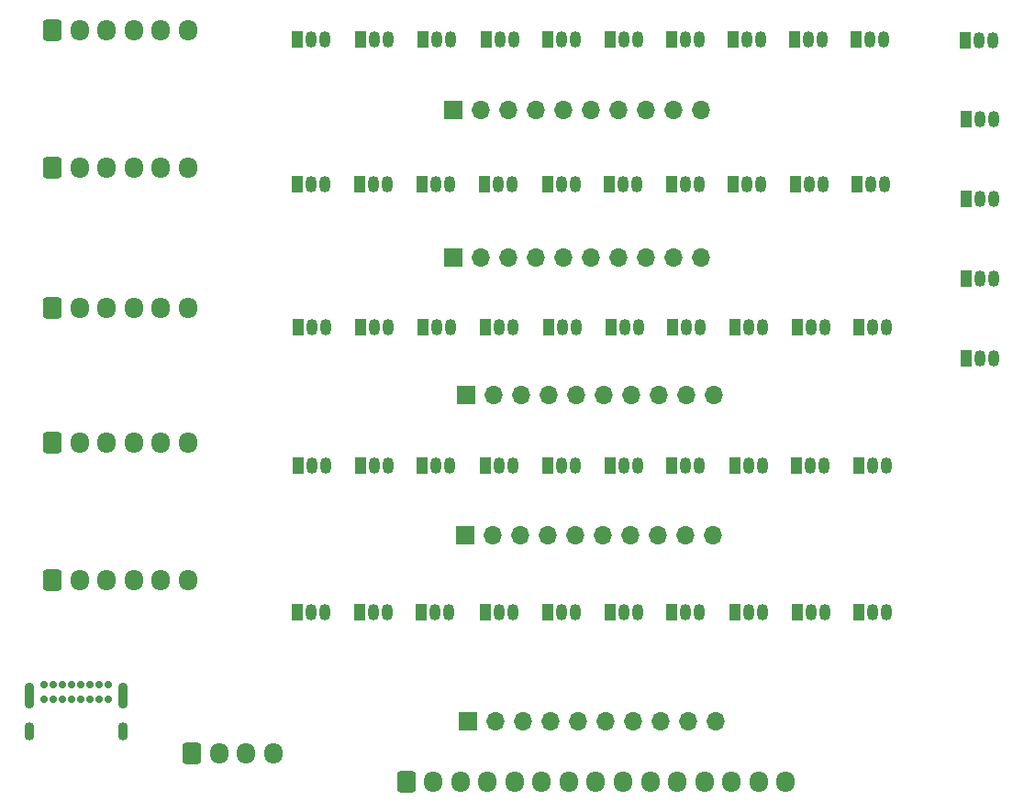
<source format=gbr>
%TF.GenerationSoftware,KiCad,Pcbnew,7.0.8*%
%TF.CreationDate,2023-11-07T23:02:09+01:00*%
%TF.ProjectId,Schaltplan,53636861-6c74-4706-9c61-6e2e6b696361,rev?*%
%TF.SameCoordinates,Original*%
%TF.FileFunction,Soldermask,Bot*%
%TF.FilePolarity,Negative*%
%FSLAX46Y46*%
G04 Gerber Fmt 4.6, Leading zero omitted, Abs format (unit mm)*
G04 Created by KiCad (PCBNEW 7.0.8) date 2023-11-07 23:02:09*
%MOMM*%
%LPD*%
G01*
G04 APERTURE LIST*
G04 Aperture macros list*
%AMRoundRect*
0 Rectangle with rounded corners*
0 $1 Rounding radius*
0 $2 $3 $4 $5 $6 $7 $8 $9 X,Y pos of 4 corners*
0 Add a 4 corners polygon primitive as box body*
4,1,4,$2,$3,$4,$5,$6,$7,$8,$9,$2,$3,0*
0 Add four circle primitives for the rounded corners*
1,1,$1+$1,$2,$3*
1,1,$1+$1,$4,$5*
1,1,$1+$1,$6,$7*
1,1,$1+$1,$8,$9*
0 Add four rect primitives between the rounded corners*
20,1,$1+$1,$2,$3,$4,$5,0*
20,1,$1+$1,$4,$5,$6,$7,0*
20,1,$1+$1,$6,$7,$8,$9,0*
20,1,$1+$1,$8,$9,$2,$3,0*%
G04 Aperture macros list end*
%ADD10R,1.700000X1.700000*%
%ADD11O,1.700000X1.700000*%
%ADD12R,1.050000X1.500000*%
%ADD13O,1.050000X1.500000*%
%ADD14RoundRect,0.250000X-0.600000X-0.725000X0.600000X-0.725000X0.600000X0.725000X-0.600000X0.725000X0*%
%ADD15O,1.700000X1.950000*%
%ADD16C,0.700000*%
%ADD17O,0.900000X2.400000*%
%ADD18O,0.900000X1.700000*%
G04 APERTURE END LIST*
D10*
%TO.C,J58*%
X144627600Y-76911200D03*
D11*
X147167600Y-76911200D03*
X149707600Y-76911200D03*
X152247600Y-76911200D03*
X154787600Y-76911200D03*
X157327600Y-76911200D03*
X159867600Y-76911200D03*
X162407600Y-76911200D03*
X164947600Y-76911200D03*
X167487600Y-76911200D03*
%TD*%
D12*
%TO.C,Q13*%
X136088200Y-96113600D03*
D13*
X137358200Y-96113600D03*
X138628200Y-96113600D03*
%TD*%
D12*
%TO.C,Q32*%
X159049800Y-70154800D03*
D13*
X160319800Y-70154800D03*
X161589800Y-70154800D03*
%TD*%
D12*
%TO.C,Q14*%
X192024000Y-86258400D03*
D13*
X193294000Y-86258400D03*
X194564000Y-86258400D03*
%TD*%
D12*
%TO.C,Q35*%
X159156400Y-109677200D03*
D13*
X160426400Y-109677200D03*
X161696400Y-109677200D03*
%TD*%
D12*
%TO.C,Q16*%
X136042400Y-109677200D03*
D13*
X137312400Y-109677200D03*
X138582400Y-109677200D03*
%TD*%
D12*
%TO.C,Q24*%
X147619800Y-96113600D03*
D13*
X148889800Y-96113600D03*
X150159800Y-96113600D03*
%TD*%
D12*
%TO.C,Q40*%
X164846000Y-109677200D03*
D13*
X166116000Y-109677200D03*
X167386000Y-109677200D03*
%TD*%
D12*
%TO.C,Q10*%
X136139000Y-83312000D03*
D13*
X137409000Y-83312000D03*
X138679000Y-83312000D03*
%TD*%
D12*
%TO.C,Q11*%
X192024000Y-78892400D03*
D13*
X193294000Y-78892400D03*
X194564000Y-78892400D03*
%TD*%
D12*
%TO.C,Q1*%
X191871600Y-56845200D03*
D13*
X193141600Y-56845200D03*
X194411600Y-56845200D03*
%TD*%
D12*
%TO.C,Q44*%
X170632200Y-96113600D03*
D13*
X171902200Y-96113600D03*
X173172200Y-96113600D03*
%TD*%
D12*
%TO.C,Q29*%
X153411000Y-96113600D03*
D13*
X154681000Y-96113600D03*
X155951000Y-96113600D03*
%TD*%
D14*
%TO.C,J52*%
X107694400Y-68584800D03*
D15*
X110194400Y-68584800D03*
X112694400Y-68584800D03*
X115194400Y-68584800D03*
X117694400Y-68584800D03*
X120194400Y-68584800D03*
%TD*%
D12*
%TO.C,Q15*%
X130302000Y-109677200D03*
D13*
X131572000Y-109677200D03*
X132842000Y-109677200D03*
%TD*%
D12*
%TO.C,Q17*%
X141777800Y-70154800D03*
D13*
X143047800Y-70154800D03*
X144317800Y-70154800D03*
%TD*%
D12*
%TO.C,Q52*%
X181960600Y-70154800D03*
D13*
X183230600Y-70154800D03*
X184500600Y-70154800D03*
%TD*%
D12*
%TO.C,Q55*%
X182067200Y-109677200D03*
D13*
X183337200Y-109677200D03*
X184607200Y-109677200D03*
%TD*%
D12*
%TO.C,Q37*%
X164790200Y-70154800D03*
D13*
X166060200Y-70154800D03*
X167330200Y-70154800D03*
%TD*%
D14*
%TO.C,J3*%
X140328000Y-125374400D03*
D15*
X142828000Y-125374400D03*
X145328000Y-125374400D03*
X147828000Y-125374400D03*
X150328000Y-125374400D03*
X152828000Y-125374400D03*
X155328000Y-125374400D03*
X157828000Y-125374400D03*
X160328000Y-125374400D03*
X162828000Y-125374400D03*
X165328000Y-125374400D03*
X167828000Y-125374400D03*
X170328000Y-125374400D03*
X172828000Y-125374400D03*
X175328000Y-125374400D03*
%TD*%
D12*
%TO.C,Q33*%
X159202200Y-83312000D03*
D13*
X160472200Y-83312000D03*
X161742200Y-83312000D03*
%TD*%
D12*
%TO.C,Q51*%
X181864000Y-56794400D03*
D13*
X183134000Y-56794400D03*
X184404000Y-56794400D03*
%TD*%
D12*
%TO.C,Q47*%
X176271000Y-70154800D03*
D13*
X177541000Y-70154800D03*
X178811000Y-70154800D03*
%TD*%
D12*
%TO.C,Q18*%
X141879400Y-83312000D03*
D13*
X143149400Y-83312000D03*
X144419400Y-83312000D03*
%TD*%
D12*
%TO.C,Q48*%
X176423400Y-83312000D03*
D13*
X177693400Y-83312000D03*
X178963400Y-83312000D03*
%TD*%
D10*
%TO.C,J60*%
X145745200Y-102565200D03*
D11*
X148285200Y-102565200D03*
X150825200Y-102565200D03*
X153365200Y-102565200D03*
X155905200Y-102565200D03*
X158445200Y-102565200D03*
X160985200Y-102565200D03*
X163525200Y-102565200D03*
X166065200Y-102565200D03*
X168605200Y-102565200D03*
%TD*%
D12*
%TO.C,Q34*%
X159151400Y-96113600D03*
D13*
X160421400Y-96113600D03*
X161691400Y-96113600D03*
%TD*%
D12*
%TO.C,Q21*%
X147675600Y-56794400D03*
D13*
X148945600Y-56794400D03*
X150215600Y-56794400D03*
%TD*%
D14*
%TO.C,J2*%
X120566800Y-122682000D03*
D15*
X123066800Y-122682000D03*
X125566800Y-122682000D03*
X128066800Y-122682000D03*
%TD*%
D12*
%TO.C,Q8*%
X192024000Y-71526400D03*
D13*
X193294000Y-71526400D03*
X194564000Y-71526400D03*
%TD*%
D12*
%TO.C,Q38*%
X164942600Y-83312000D03*
D13*
X166212600Y-83312000D03*
X167482600Y-83312000D03*
%TD*%
D12*
%TO.C,Q5*%
X136093200Y-56794400D03*
D13*
X137363200Y-56794400D03*
X138633200Y-56794400D03*
%TD*%
D12*
%TO.C,Q23*%
X147670600Y-83312000D03*
D13*
X148940600Y-83312000D03*
X150210600Y-83312000D03*
%TD*%
D12*
%TO.C,Q36*%
X164795200Y-56794400D03*
D13*
X166065200Y-56794400D03*
X167335200Y-56794400D03*
%TD*%
D12*
%TO.C,Q42*%
X170530600Y-70154800D03*
D13*
X171800600Y-70154800D03*
X173070600Y-70154800D03*
%TD*%
D12*
%TO.C,Q9*%
X130347800Y-83312000D03*
D13*
X131617800Y-83312000D03*
X132887800Y-83312000D03*
%TD*%
D12*
%TO.C,Q22*%
X147569000Y-70154800D03*
D13*
X148839000Y-70154800D03*
X150109000Y-70154800D03*
%TD*%
D12*
%TO.C,Q54*%
X182062200Y-96113600D03*
D13*
X183332200Y-96113600D03*
X184602200Y-96113600D03*
%TD*%
D14*
%TO.C,J55*%
X107694400Y-106684800D03*
D15*
X110194400Y-106684800D03*
X112694400Y-106684800D03*
X115194400Y-106684800D03*
X117694400Y-106684800D03*
X120194400Y-106684800D03*
%TD*%
D12*
%TO.C,Q25*%
X147624800Y-109677200D03*
D13*
X148894800Y-109677200D03*
X150164800Y-109677200D03*
%TD*%
D12*
%TO.C,Q45*%
X170637200Y-109677200D03*
D13*
X171907200Y-109677200D03*
X173177200Y-109677200D03*
%TD*%
D12*
%TO.C,Q53*%
X182113000Y-83312000D03*
D13*
X183383000Y-83312000D03*
X184653000Y-83312000D03*
%TD*%
D12*
%TO.C,Q4*%
X130246200Y-70154800D03*
D13*
X131516200Y-70154800D03*
X132786200Y-70154800D03*
%TD*%
D12*
%TO.C,Q20*%
X141732000Y-109677200D03*
D13*
X143002000Y-109677200D03*
X144272000Y-109677200D03*
%TD*%
D12*
%TO.C,Q30*%
X153416000Y-109677200D03*
D13*
X154686000Y-109677200D03*
X155956000Y-109677200D03*
%TD*%
D12*
%TO.C,Q43*%
X170683000Y-83312000D03*
D13*
X171953000Y-83312000D03*
X173223000Y-83312000D03*
%TD*%
D16*
%TO.C,P1*%
X106891400Y-116366200D03*
X107741400Y-116366200D03*
X108591400Y-116366200D03*
X109441400Y-116366200D03*
X110291400Y-116366200D03*
X111141400Y-116366200D03*
X111991400Y-116366200D03*
X112841400Y-116366200D03*
X112841400Y-117716200D03*
X111991400Y-117716200D03*
X111141400Y-117716200D03*
X110291400Y-117716200D03*
X109441400Y-117716200D03*
X108591400Y-117716200D03*
X107741400Y-117716200D03*
X106891400Y-117716200D03*
D17*
X105541400Y-117346200D03*
D18*
X105541400Y-120726200D03*
D17*
X114191400Y-117346200D03*
D18*
X114191400Y-120726200D03*
%TD*%
D12*
%TO.C,Q2*%
X191973200Y-64160400D03*
D13*
X193243200Y-64160400D03*
X194513200Y-64160400D03*
%TD*%
D10*
%TO.C,J59*%
X145892600Y-89611200D03*
D11*
X148432600Y-89611200D03*
X150972600Y-89611200D03*
X153512600Y-89611200D03*
X156052600Y-89611200D03*
X158592600Y-89611200D03*
X161132600Y-89611200D03*
X163672600Y-89611200D03*
X166212600Y-89611200D03*
X168752600Y-89611200D03*
%TD*%
D12*
%TO.C,Q28*%
X153461800Y-83312000D03*
D13*
X154731800Y-83312000D03*
X156001800Y-83312000D03*
%TD*%
D12*
%TO.C,Q41*%
X170484800Y-56794400D03*
D13*
X171754800Y-56794400D03*
X173024800Y-56794400D03*
%TD*%
D12*
%TO.C,Q12*%
X130347800Y-96113600D03*
D13*
X131617800Y-96113600D03*
X132887800Y-96113600D03*
%TD*%
D12*
%TO.C,Q27*%
X153360200Y-70154800D03*
D13*
X154630200Y-70154800D03*
X155900200Y-70154800D03*
%TD*%
D12*
%TO.C,Q26*%
X153416000Y-56794400D03*
D13*
X154686000Y-56794400D03*
X155956000Y-56794400D03*
%TD*%
D12*
%TO.C,Q46*%
X176174400Y-56794400D03*
D13*
X177444400Y-56794400D03*
X178714400Y-56794400D03*
%TD*%
D12*
%TO.C,Q19*%
X141777800Y-96113600D03*
D13*
X143047800Y-96113600D03*
X144317800Y-96113600D03*
%TD*%
D14*
%TO.C,J53*%
X107694400Y-81584800D03*
D15*
X110194400Y-81584800D03*
X112694400Y-81584800D03*
X115194400Y-81584800D03*
X117694400Y-81584800D03*
X120194400Y-81584800D03*
%TD*%
D12*
%TO.C,Q6*%
X136037400Y-70154800D03*
D13*
X137307400Y-70154800D03*
X138577400Y-70154800D03*
%TD*%
D10*
%TO.C,J61*%
X146050000Y-119786400D03*
D11*
X148590000Y-119786400D03*
X151130000Y-119786400D03*
X153670000Y-119786400D03*
X156210000Y-119786400D03*
X158750000Y-119786400D03*
X161290000Y-119786400D03*
X163830000Y-119786400D03*
X166370000Y-119786400D03*
X168910000Y-119786400D03*
%TD*%
D12*
%TO.C,Q3*%
X130302000Y-56790000D03*
D13*
X131572000Y-56790000D03*
X132842000Y-56790000D03*
%TD*%
D12*
%TO.C,Q31*%
X159105600Y-56794400D03*
D13*
X160375600Y-56794400D03*
X161645600Y-56794400D03*
%TD*%
D14*
%TO.C,J54*%
X107694400Y-93984800D03*
D15*
X110194400Y-93984800D03*
X112694400Y-93984800D03*
X115194400Y-93984800D03*
X117694400Y-93984800D03*
X120194400Y-93984800D03*
%TD*%
D12*
%TO.C,Q50*%
X176377600Y-109677200D03*
D13*
X177647600Y-109677200D03*
X178917600Y-109677200D03*
%TD*%
D12*
%TO.C,Q39*%
X164841000Y-96113600D03*
D13*
X166111000Y-96113600D03*
X167381000Y-96113600D03*
%TD*%
D10*
%TO.C,J57*%
X144678400Y-63296800D03*
D11*
X147218400Y-63296800D03*
X149758400Y-63296800D03*
X152298400Y-63296800D03*
X154838400Y-63296800D03*
X157378400Y-63296800D03*
X159918400Y-63296800D03*
X162458400Y-63296800D03*
X164998400Y-63296800D03*
X167538400Y-63296800D03*
%TD*%
D14*
%TO.C,J51*%
X107694400Y-55884800D03*
D15*
X110194400Y-55884800D03*
X112694400Y-55884800D03*
X115194400Y-55884800D03*
X117694400Y-55884800D03*
X120194400Y-55884800D03*
%TD*%
D12*
%TO.C,Q7*%
X141884400Y-56794400D03*
D13*
X143154400Y-56794400D03*
X144424400Y-56794400D03*
%TD*%
D12*
%TO.C,Q49*%
X176372600Y-96113600D03*
D13*
X177642600Y-96113600D03*
X178912600Y-96113600D03*
%TD*%
M02*

</source>
